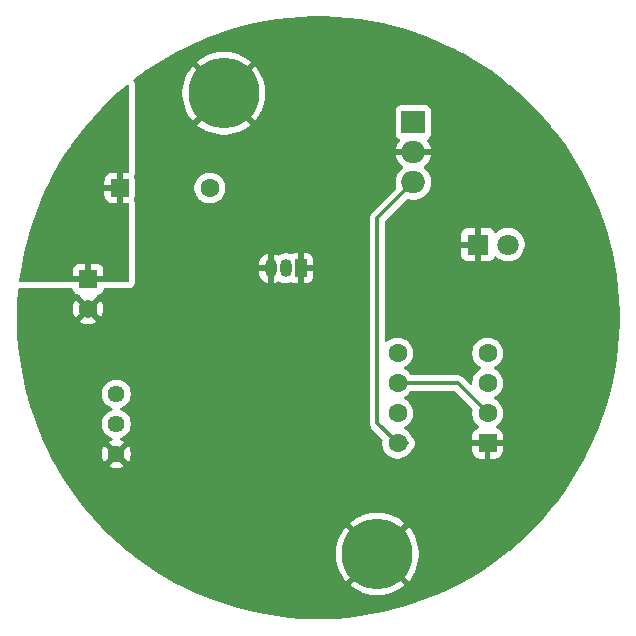
<source format=gbr>
%TF.GenerationSoftware,KiCad,Pcbnew,9.0.1*%
%TF.CreationDate,2025-04-27T19:27:18+01:00*%
%TF.ProjectId,PCB_IndicadorBateriaBaja,5043425f-496e-4646-9963-61646f724261,1*%
%TF.SameCoordinates,Original*%
%TF.FileFunction,Copper,L2,Bot*%
%TF.FilePolarity,Positive*%
%FSLAX46Y46*%
G04 Gerber Fmt 4.6, Leading zero omitted, Abs format (unit mm)*
G04 Created by KiCad (PCBNEW 9.0.1) date 2025-04-27 19:27:18*
%MOMM*%
%LPD*%
G01*
G04 APERTURE LIST*
G04 Aperture macros list*
%AMRoundRect*
0 Rectangle with rounded corners*
0 $1 Rounding radius*
0 $2 $3 $4 $5 $6 $7 $8 $9 X,Y pos of 4 corners*
0 Add a 4 corners polygon primitive as box body*
4,1,4,$2,$3,$4,$5,$6,$7,$8,$9,$2,$3,0*
0 Add four circle primitives for the rounded corners*
1,1,$1+$1,$2,$3*
1,1,$1+$1,$4,$5*
1,1,$1+$1,$6,$7*
1,1,$1+$1,$8,$9*
0 Add four rect primitives between the rounded corners*
20,1,$1+$1,$2,$3,$4,$5,0*
20,1,$1+$1,$4,$5,$6,$7,0*
20,1,$1+$1,$6,$7,$8,$9,0*
20,1,$1+$1,$8,$9,$2,$3,0*%
G04 Aperture macros list end*
%TA.AperFunction,ComponentPad*%
%ADD10C,6.000000*%
%TD*%
%TA.AperFunction,ComponentPad*%
%ADD11RoundRect,0.250000X0.550000X0.550000X-0.550000X0.550000X-0.550000X-0.550000X0.550000X-0.550000X0*%
%TD*%
%TA.AperFunction,ComponentPad*%
%ADD12C,1.600000*%
%TD*%
%TA.AperFunction,ComponentPad*%
%ADD13R,2.000000X1.905000*%
%TD*%
%TA.AperFunction,ComponentPad*%
%ADD14O,2.000000X1.905000*%
%TD*%
%TA.AperFunction,ComponentPad*%
%ADD15R,1.050000X1.500000*%
%TD*%
%TA.AperFunction,ComponentPad*%
%ADD16O,1.050000X1.500000*%
%TD*%
%TA.AperFunction,ComponentPad*%
%ADD17RoundRect,0.250000X-0.550000X-0.550000X0.550000X-0.550000X0.550000X0.550000X-0.550000X0.550000X0*%
%TD*%
%TA.AperFunction,ComponentPad*%
%ADD18C,1.440000*%
%TD*%
%TA.AperFunction,ComponentPad*%
%ADD19R,1.575000X1.575000*%
%TD*%
%TA.AperFunction,ComponentPad*%
%ADD20C,1.575000*%
%TD*%
%TA.AperFunction,ComponentPad*%
%ADD21R,1.800000X1.800000*%
%TD*%
%TA.AperFunction,ComponentPad*%
%ADD22C,1.800000*%
%TD*%
%TA.AperFunction,Conductor*%
%ADD23C,0.300000*%
%TD*%
G04 APERTURE END LIST*
D10*
%TO.P,H2,1,1*%
%TO.N,GND*%
X75670000Y-74380000D03*
%TD*%
%TO.P,H1,1,1*%
%TO.N,GND*%
X62670000Y-35380000D03*
%TD*%
D11*
%TO.P,U4,1,GND*%
%TO.N,GND*%
X85000000Y-65000000D03*
D12*
%TO.P,U4,2,TR*%
%TO.N,Net-(U4-THR)*%
X85000000Y-62460000D03*
%TO.P,U4,3,Q*%
%TO.N,Net-(U4-Q)*%
X85000000Y-59920000D03*
%TO.P,U4,4,R*%
%TO.N,Net-(U4-R)*%
X85000000Y-57380000D03*
%TO.P,U4,5,CV*%
%TO.N,Net-(U4-CV)*%
X77380000Y-57380000D03*
%TO.P,U4,6,THR*%
%TO.N,Net-(U4-THR)*%
X77380000Y-59920000D03*
%TO.P,U4,7,DIS*%
%TO.N,unconnected-(U4-DIS-Pad7)*%
X77380000Y-62460000D03*
%TO.P,U4,8,VCC*%
%TO.N,Net-(U2-VO)*%
X77380000Y-65000000D03*
%TD*%
D13*
%TO.P,U2,1,VI*%
%TO.N,Net-(U2-VI)*%
X78725000Y-37840000D03*
D14*
%TO.P,U2,2,GND*%
%TO.N,GND*%
X78725000Y-40380000D03*
%TO.P,U2,3,VO*%
%TO.N,Net-(U2-VO)*%
X78725000Y-42920000D03*
%TD*%
D15*
%TO.P,U1,1,FB*%
%TO.N,GND*%
X69195000Y-50190000D03*
D16*
%TO.P,U1,2,K*%
%TO.N,Net-(U1-K)*%
X67925000Y-50190000D03*
%TO.P,U1,3,A*%
%TO.N,GND*%
X66655000Y-50190000D03*
%TD*%
D17*
%TO.P,SW1,1*%
%TO.N,+BATT*%
X53865000Y-43392500D03*
D12*
%TO.P,SW1,2*%
%TO.N,Net-(U2-VI)*%
X61485000Y-43392500D03*
%TD*%
D18*
%TO.P,RV1,1,1*%
%TO.N,unconnected-(RV1-Pad1)*%
X53580000Y-60840000D03*
%TO.P,RV1,2,2*%
%TO.N,Net-(R3-Pad2)*%
X53580000Y-63380000D03*
%TO.P,RV1,3,3*%
%TO.N,GND*%
X53580000Y-65920000D03*
%TD*%
D19*
%TO.P,J1,1,1*%
%TO.N,+BATT*%
X51195000Y-51130000D03*
D20*
%TO.P,J1,2,2*%
%TO.N,GND*%
X51195000Y-53630000D03*
%TD*%
D21*
%TO.P,D1,1,K*%
%TO.N,GND*%
X84195000Y-48190000D03*
D22*
%TO.P,D1,2,A*%
%TO.N,Net-(D1-A)*%
X86735000Y-48190000D03*
%TD*%
D23*
%TO.N,Net-(U2-VO)*%
X75670000Y-45975000D02*
X78725000Y-42920000D01*
X75670000Y-63290000D02*
X75670000Y-45975000D01*
X77380000Y-65000000D02*
X75670000Y-63290000D01*
%TO.N,Net-(U4-THR)*%
X82460000Y-59920000D02*
X85000000Y-62460000D01*
X77380000Y-59920000D02*
X82460000Y-59920000D01*
%TO.N,Net-(U2-VO)*%
X77380000Y-65000000D02*
X78215000Y-65000000D01*
%TD*%
%TA.AperFunction,Conductor*%
%TO.N,GND*%
G36*
X45472726Y-51885500D02*
G01*
X49787030Y-51885500D01*
X49854069Y-51905185D01*
X49899824Y-51957989D01*
X49910320Y-51996247D01*
X49913408Y-52024983D01*
X49963702Y-52159828D01*
X49963706Y-52159835D01*
X50049952Y-52275044D01*
X50049955Y-52275047D01*
X50165164Y-52361293D01*
X50165171Y-52361297D01*
X50210118Y-52378061D01*
X50215317Y-52380000D01*
X45234704Y-52380000D01*
X45265475Y-51989018D01*
X45290359Y-51923733D01*
X45346590Y-51882262D01*
X45406737Y-51876012D01*
X45472726Y-51885500D01*
G37*
%TD.AperFunction*%
%TA.AperFunction,Conductor*%
G36*
X55670000Y-52380000D02*
G01*
X52174683Y-52380000D01*
X52224828Y-52361297D01*
X52224827Y-52361297D01*
X52224831Y-52361296D01*
X52340046Y-52275046D01*
X52426296Y-52159831D01*
X52476591Y-52024983D01*
X52479681Y-51996245D01*
X52506419Y-51931694D01*
X52563811Y-51891845D01*
X52602970Y-51885500D01*
X54545990Y-51885500D01*
X54546000Y-51885500D01*
X54653456Y-51873947D01*
X54704967Y-51862741D01*
X54744602Y-51849549D01*
X54807497Y-51828616D01*
X54807501Y-51828613D01*
X54807504Y-51828613D01*
X54928543Y-51750825D01*
X54981347Y-51705070D01*
X55075567Y-51596336D01*
X55135338Y-51465459D01*
X55155023Y-51398420D01*
X55155024Y-51398416D01*
X55175500Y-51256000D01*
X55175500Y-44808867D01*
X55175500Y-44808861D01*
X55157841Y-44676424D01*
X55157841Y-44676422D01*
X55140816Y-44613713D01*
X55089069Y-44490517D01*
X55069955Y-44466539D01*
X55043558Y-44401851D01*
X55056326Y-44333158D01*
X55061368Y-44324164D01*
X55099814Y-44261834D01*
X55154999Y-44095297D01*
X55165500Y-43992509D01*
X55165499Y-42792492D01*
X55154999Y-42689703D01*
X55099814Y-42523166D01*
X55063049Y-42463561D01*
X55044610Y-42396170D01*
X55065532Y-42329507D01*
X55074875Y-42317264D01*
X55075567Y-42316467D01*
X55135338Y-42185590D01*
X55155023Y-42118551D01*
X55155024Y-42118547D01*
X55175500Y-41976131D01*
X55175500Y-34761394D01*
X55155530Y-34620715D01*
X55136322Y-34554422D01*
X55077987Y-34424851D01*
X55038403Y-34378505D01*
X55009833Y-34314745D01*
X55020270Y-34245659D01*
X55055923Y-34200598D01*
X55266133Y-34034882D01*
X55269998Y-34031958D01*
X55670000Y-33741339D01*
X55670000Y-52380000D01*
G37*
%TD.AperFunction*%
%TD*%
%TA.AperFunction,Conductor*%
%TO.N,+BATT*%
G36*
X54598316Y-34648970D02*
G01*
X54650792Y-34695101D01*
X54670000Y-34761394D01*
X54670000Y-41976131D01*
X54650315Y-42043170D01*
X54597511Y-42088925D01*
X54533399Y-42099489D01*
X54464990Y-42092500D01*
X54115000Y-42092500D01*
X54115000Y-43076814D01*
X54110606Y-43072420D01*
X54019394Y-43019759D01*
X53917661Y-42992500D01*
X53812339Y-42992500D01*
X53710606Y-43019759D01*
X53619394Y-43072420D01*
X53615000Y-43076814D01*
X53615000Y-42092500D01*
X53265028Y-42092500D01*
X53265012Y-42092501D01*
X53162302Y-42102994D01*
X52995880Y-42158141D01*
X52995875Y-42158143D01*
X52846654Y-42250184D01*
X52722684Y-42374154D01*
X52630643Y-42523375D01*
X52630641Y-42523380D01*
X52575494Y-42689802D01*
X52575493Y-42689809D01*
X52565000Y-42792513D01*
X52565000Y-43142500D01*
X53549314Y-43142500D01*
X53544920Y-43146894D01*
X53492259Y-43238106D01*
X53465000Y-43339839D01*
X53465000Y-43445161D01*
X53492259Y-43546894D01*
X53544920Y-43638106D01*
X53549314Y-43642500D01*
X52565001Y-43642500D01*
X52565001Y-43992486D01*
X52575494Y-44095197D01*
X52630641Y-44261619D01*
X52630643Y-44261624D01*
X52722684Y-44410845D01*
X52846654Y-44534815D01*
X52995875Y-44626856D01*
X52995880Y-44626858D01*
X53162302Y-44682005D01*
X53162309Y-44682006D01*
X53265019Y-44692499D01*
X53614999Y-44692499D01*
X53615000Y-44692498D01*
X53615000Y-43708186D01*
X53619394Y-43712580D01*
X53710606Y-43765241D01*
X53812339Y-43792500D01*
X53917661Y-43792500D01*
X54019394Y-43765241D01*
X54110606Y-43712580D01*
X54115000Y-43708186D01*
X54115000Y-44692499D01*
X54464972Y-44692499D01*
X54464984Y-44692498D01*
X54533397Y-44685509D01*
X54602090Y-44698278D01*
X54652975Y-44746158D01*
X54670000Y-44808867D01*
X54670000Y-51256000D01*
X54650315Y-51323039D01*
X54597511Y-51368794D01*
X54546000Y-51380000D01*
X51656880Y-51380000D01*
X51684222Y-51332642D01*
X51720000Y-51199118D01*
X51720000Y-51060882D01*
X51684222Y-50927358D01*
X51656880Y-50880000D01*
X52482500Y-50880000D01*
X52482500Y-50294672D01*
X52482499Y-50294655D01*
X52476098Y-50235127D01*
X52476096Y-50235120D01*
X52425854Y-50100413D01*
X52425850Y-50100406D01*
X52339690Y-49985312D01*
X52339687Y-49985309D01*
X52224593Y-49899149D01*
X52224586Y-49899145D01*
X52089879Y-49848903D01*
X52089872Y-49848901D01*
X52030344Y-49842500D01*
X51445000Y-49842500D01*
X51445000Y-50668120D01*
X51397642Y-50640778D01*
X51264118Y-50605000D01*
X51125882Y-50605000D01*
X50992358Y-50640778D01*
X50945000Y-50668120D01*
X50945000Y-49842500D01*
X50359655Y-49842500D01*
X50300127Y-49848901D01*
X50300120Y-49848903D01*
X50165413Y-49899145D01*
X50165406Y-49899149D01*
X50050312Y-49985309D01*
X50050309Y-49985312D01*
X49964149Y-50100406D01*
X49964145Y-50100413D01*
X49913903Y-50235120D01*
X49913901Y-50235127D01*
X49907500Y-50294655D01*
X49907500Y-50880000D01*
X50733120Y-50880000D01*
X50705778Y-50927358D01*
X50670000Y-51060882D01*
X50670000Y-51199118D01*
X50705778Y-51332642D01*
X50733120Y-51380000D01*
X45472726Y-51380000D01*
X45405687Y-51360315D01*
X45359932Y-51307511D01*
X45349585Y-51241426D01*
X45391652Y-50885995D01*
X45392314Y-50881220D01*
X45548313Y-49896277D01*
X45549159Y-49891541D01*
X45743709Y-48913474D01*
X45744739Y-48908778D01*
X45977550Y-47939052D01*
X45978757Y-47934425D01*
X46249444Y-46974644D01*
X46250854Y-46969996D01*
X46559012Y-46021581D01*
X46560578Y-46017063D01*
X46905761Y-45081404D01*
X46907498Y-45076967D01*
X47289134Y-44155614D01*
X47291049Y-44151236D01*
X47708556Y-43245595D01*
X47710678Y-43241222D01*
X47758741Y-43146894D01*
X48163404Y-42352697D01*
X48165664Y-42348467D01*
X48652944Y-41478365D01*
X48655400Y-41474178D01*
X49176416Y-40623958D01*
X49179041Y-40619857D01*
X49692974Y-39850702D01*
X49733067Y-39790697D01*
X49735821Y-39786746D01*
X50321966Y-38979986D01*
X50324897Y-38976115D01*
X50910729Y-38232992D01*
X50942286Y-38192962D01*
X50945305Y-38189283D01*
X51592984Y-37430947D01*
X51596186Y-37427345D01*
X52273109Y-36695054D01*
X52276435Y-36691596D01*
X52981596Y-35986435D01*
X52985054Y-35983109D01*
X53717356Y-35306175D01*
X53720985Y-35302952D01*
X53751353Y-35277016D01*
X54465469Y-34667103D01*
X54529230Y-34638533D01*
X54598316Y-34648970D01*
G37*
%TD.AperFunction*%
%TD*%
%TA.AperFunction,Conductor*%
%TO.N,GND*%
G36*
X71173470Y-28866291D02*
G01*
X72169892Y-28905440D01*
X72174684Y-28905722D01*
X73168855Y-28983965D01*
X73173664Y-28984439D01*
X74164004Y-29101652D01*
X74168786Y-29102315D01*
X75153713Y-29258312D01*
X75158467Y-29259161D01*
X76136515Y-29453707D01*
X76141232Y-29454741D01*
X77110935Y-29687547D01*
X77115586Y-29688761D01*
X77774826Y-29874686D01*
X78075344Y-29959441D01*
X78080003Y-29960854D01*
X79028403Y-30269007D01*
X79032952Y-30270584D01*
X79968578Y-30615755D01*
X79973049Y-30617505D01*
X80894366Y-30999127D01*
X80898782Y-31001058D01*
X81254958Y-31165258D01*
X81804396Y-31418553D01*
X81808777Y-31420678D01*
X82280333Y-31660947D01*
X82697280Y-31873393D01*
X82701553Y-31875676D01*
X83067512Y-32080623D01*
X83571620Y-32362937D01*
X83575821Y-32365400D01*
X84426041Y-32886416D01*
X84430142Y-32889041D01*
X85259280Y-33443053D01*
X85263274Y-33445837D01*
X86070001Y-34031958D01*
X86073884Y-34034897D01*
X86857007Y-34652262D01*
X86860740Y-34655326D01*
X87619015Y-35302952D01*
X87622654Y-35306186D01*
X88354919Y-35983085D01*
X88358429Y-35986460D01*
X89063539Y-36691570D01*
X89066914Y-36695080D01*
X89743813Y-37427345D01*
X89747040Y-37430976D01*
X90394669Y-38189253D01*
X90397737Y-38192992D01*
X91015102Y-38976115D01*
X91018041Y-38979998D01*
X91604162Y-39786725D01*
X91606946Y-39790719D01*
X92160958Y-40619857D01*
X92163583Y-40623958D01*
X92684599Y-41474178D01*
X92687062Y-41478379D01*
X93174317Y-42348436D01*
X93176612Y-42352730D01*
X93629321Y-43241222D01*
X93631446Y-43245603D01*
X94048931Y-44151195D01*
X94050882Y-44155656D01*
X94432481Y-45076918D01*
X94434256Y-45081452D01*
X94779406Y-46017022D01*
X94781001Y-46021623D01*
X95089145Y-46969996D01*
X95090558Y-46974655D01*
X95361230Y-47934383D01*
X95362460Y-47939095D01*
X95595253Y-48908748D01*
X95596296Y-48913504D01*
X95790834Y-49891512D01*
X95791690Y-49896305D01*
X95947681Y-50881192D01*
X95948349Y-50886015D01*
X96065558Y-51876316D01*
X96066035Y-51881162D01*
X96144275Y-52875281D01*
X96144561Y-52880142D01*
X96183709Y-53876529D01*
X96183805Y-53881397D01*
X96183805Y-54878602D01*
X96183709Y-54883470D01*
X96144561Y-55879857D01*
X96144275Y-55884718D01*
X96066035Y-56878837D01*
X96065558Y-56883683D01*
X95948349Y-57873984D01*
X95947681Y-57878807D01*
X95791690Y-58863694D01*
X95790834Y-58868487D01*
X95596296Y-59846495D01*
X95595253Y-59851251D01*
X95362460Y-60820904D01*
X95361230Y-60825616D01*
X95090558Y-61785344D01*
X95089145Y-61790003D01*
X94781001Y-62738376D01*
X94779406Y-62742977D01*
X94434256Y-63678547D01*
X94432481Y-63683081D01*
X94050882Y-64604343D01*
X94048931Y-64608804D01*
X93631446Y-65514396D01*
X93629321Y-65518777D01*
X93176612Y-66407269D01*
X93174317Y-66411563D01*
X92687062Y-67281620D01*
X92684599Y-67285821D01*
X92163583Y-68136041D01*
X92160958Y-68140142D01*
X91606946Y-68969280D01*
X91604162Y-68973274D01*
X91018041Y-69780001D01*
X91015102Y-69783884D01*
X90397737Y-70567007D01*
X90394648Y-70570771D01*
X89747047Y-71329015D01*
X89743813Y-71332654D01*
X89066914Y-72064919D01*
X89063539Y-72068429D01*
X88358429Y-72773539D01*
X88354919Y-72776914D01*
X87622654Y-73453813D01*
X87619015Y-73457047D01*
X86860771Y-74104648D01*
X86857007Y-74107737D01*
X86073884Y-74725102D01*
X86070001Y-74728041D01*
X85263274Y-75314162D01*
X85259280Y-75316946D01*
X84430142Y-75870958D01*
X84426041Y-75873583D01*
X83575821Y-76394599D01*
X83571620Y-76397062D01*
X82701563Y-76884317D01*
X82697269Y-76886612D01*
X81808777Y-77339321D01*
X81804396Y-77341446D01*
X80898804Y-77758931D01*
X80894343Y-77760882D01*
X79973081Y-78142481D01*
X79968547Y-78144256D01*
X79032977Y-78489406D01*
X79028376Y-78491001D01*
X78080003Y-78799145D01*
X78075344Y-78800558D01*
X77115616Y-79071230D01*
X77110904Y-79072460D01*
X76141251Y-79305253D01*
X76136495Y-79306296D01*
X75158487Y-79500834D01*
X75153694Y-79501690D01*
X74168807Y-79657681D01*
X74163984Y-79658349D01*
X73173683Y-79775558D01*
X73168837Y-79776035D01*
X72174718Y-79854275D01*
X72169857Y-79854561D01*
X71173470Y-79893709D01*
X71168602Y-79893805D01*
X70171398Y-79893805D01*
X70166530Y-79893709D01*
X69170142Y-79854561D01*
X69165281Y-79854275D01*
X68171162Y-79776035D01*
X68166316Y-79775558D01*
X67176015Y-79658349D01*
X67171192Y-79657681D01*
X66186305Y-79501690D01*
X66181512Y-79500834D01*
X65203504Y-79306296D01*
X65198748Y-79305253D01*
X64229095Y-79072460D01*
X64224383Y-79071230D01*
X63264655Y-78800558D01*
X63259996Y-78799145D01*
X62311623Y-78491001D01*
X62307022Y-78489406D01*
X61371452Y-78144256D01*
X61366918Y-78142481D01*
X60445656Y-77760882D01*
X60441195Y-77758931D01*
X59535603Y-77341446D01*
X59531222Y-77339321D01*
X59037747Y-77087883D01*
X58642730Y-76886612D01*
X58638436Y-76884317D01*
X57768379Y-76397062D01*
X57764178Y-76394599D01*
X56913958Y-75873583D01*
X56909857Y-75870958D01*
X56080719Y-75316946D01*
X56076725Y-75314162D01*
X55269998Y-74728041D01*
X55266115Y-74725102D01*
X54729909Y-74302391D01*
X54610250Y-74208059D01*
X72170000Y-74208059D01*
X72170000Y-74551940D01*
X72203705Y-74894165D01*
X72203708Y-74894182D01*
X72270791Y-75231437D01*
X72270792Y-75231443D01*
X72370623Y-75560540D01*
X72502219Y-75878241D01*
X72502226Y-75878255D01*
X72664322Y-76181518D01*
X72664333Y-76181536D01*
X72855377Y-76467453D01*
X72855387Y-76467467D01*
X73023785Y-76672659D01*
X73023786Y-76672660D01*
X74447340Y-75249105D01*
X74525864Y-75357184D01*
X74692816Y-75524136D01*
X74800893Y-75602658D01*
X73377338Y-77026212D01*
X73377339Y-77026213D01*
X73582533Y-77194612D01*
X73582546Y-77194622D01*
X73868463Y-77385666D01*
X73868481Y-77385677D01*
X74171744Y-77547773D01*
X74171758Y-77547780D01*
X74489459Y-77679376D01*
X74818556Y-77779207D01*
X74818562Y-77779208D01*
X75155817Y-77846291D01*
X75155834Y-77846294D01*
X75498059Y-77880000D01*
X75841941Y-77880000D01*
X76184165Y-77846294D01*
X76184182Y-77846291D01*
X76521437Y-77779208D01*
X76521443Y-77779207D01*
X76850540Y-77679376D01*
X77168241Y-77547780D01*
X77168255Y-77547773D01*
X77471518Y-77385677D01*
X77471536Y-77385666D01*
X77757453Y-77194622D01*
X77757466Y-77194612D01*
X77962659Y-77026213D01*
X77962659Y-77026212D01*
X76539106Y-75602659D01*
X76647184Y-75524136D01*
X76814136Y-75357184D01*
X76892659Y-75249106D01*
X78316212Y-76672659D01*
X78316213Y-76672659D01*
X78484612Y-76467466D01*
X78484622Y-76467453D01*
X78675666Y-76181536D01*
X78675677Y-76181518D01*
X78837773Y-75878255D01*
X78837780Y-75878241D01*
X78969376Y-75560540D01*
X79069207Y-75231443D01*
X79069208Y-75231437D01*
X79136291Y-74894182D01*
X79136294Y-74894165D01*
X79170000Y-74551940D01*
X79170000Y-74208059D01*
X79136294Y-73865834D01*
X79136291Y-73865817D01*
X79069208Y-73528562D01*
X79069207Y-73528556D01*
X78969376Y-73199459D01*
X78837780Y-72881758D01*
X78837773Y-72881744D01*
X78675677Y-72578481D01*
X78675666Y-72578463D01*
X78484622Y-72292546D01*
X78484612Y-72292533D01*
X78316213Y-72087339D01*
X78316212Y-72087338D01*
X76892658Y-73510892D01*
X76814136Y-73402816D01*
X76647184Y-73235864D01*
X76539105Y-73157340D01*
X77962660Y-71733786D01*
X77962659Y-71733785D01*
X77757467Y-71565387D01*
X77757453Y-71565377D01*
X77471536Y-71374333D01*
X77471518Y-71374322D01*
X77168255Y-71212226D01*
X77168241Y-71212219D01*
X76850540Y-71080623D01*
X76521443Y-70980792D01*
X76521437Y-70980791D01*
X76184182Y-70913708D01*
X76184165Y-70913705D01*
X75841941Y-70880000D01*
X75498059Y-70880000D01*
X75155834Y-70913705D01*
X75155817Y-70913708D01*
X74818562Y-70980791D01*
X74818556Y-70980792D01*
X74489459Y-71080623D01*
X74171758Y-71212219D01*
X74171744Y-71212226D01*
X73868481Y-71374322D01*
X73868463Y-71374333D01*
X73582546Y-71565377D01*
X73582532Y-71565387D01*
X73377338Y-71733786D01*
X74800893Y-73157341D01*
X74692816Y-73235864D01*
X74525864Y-73402816D01*
X74447341Y-73510893D01*
X73023786Y-72087338D01*
X72855387Y-72292532D01*
X72855377Y-72292546D01*
X72664333Y-72578463D01*
X72664322Y-72578481D01*
X72502226Y-72881744D01*
X72502219Y-72881758D01*
X72370623Y-73199459D01*
X72270792Y-73528556D01*
X72270791Y-73528562D01*
X72203708Y-73865817D01*
X72203705Y-73865834D01*
X72170000Y-74208059D01*
X54610250Y-74208059D01*
X54482992Y-74107737D01*
X54479253Y-74104669D01*
X53720976Y-73457040D01*
X53717345Y-73453813D01*
X52985080Y-72776914D01*
X52981570Y-72773539D01*
X52276460Y-72068429D01*
X52273085Y-72064919D01*
X52089920Y-71866772D01*
X51596186Y-71332654D01*
X51592952Y-71329015D01*
X50945326Y-70570740D01*
X50942262Y-70567007D01*
X50324897Y-69783884D01*
X50321958Y-69780001D01*
X49735837Y-68973274D01*
X49733053Y-68969280D01*
X49179041Y-68140142D01*
X49176416Y-68136041D01*
X48655400Y-67285821D01*
X48652937Y-67281620D01*
X48470318Y-66955530D01*
X48165682Y-66411563D01*
X48163387Y-66407269D01*
X48075283Y-66234356D01*
X47888279Y-65867339D01*
X47710678Y-65518777D01*
X47708553Y-65514396D01*
X47542589Y-65154394D01*
X47291058Y-64608782D01*
X47289127Y-64604366D01*
X46907505Y-63683049D01*
X46905755Y-63678578D01*
X46560584Y-62742952D01*
X46559007Y-62738403D01*
X46290295Y-61911392D01*
X46250854Y-61790003D01*
X46249441Y-61785344D01*
X46207068Y-61635102D01*
X45978761Y-60825586D01*
X45977547Y-60820935D01*
X45959063Y-60743945D01*
X52359500Y-60743945D01*
X52359500Y-60936054D01*
X52389553Y-61125802D01*
X52448916Y-61308506D01*
X52530506Y-61468634D01*
X52536135Y-61479681D01*
X52649055Y-61635102D01*
X52784898Y-61770945D01*
X52940319Y-61883865D01*
X53091274Y-61960781D01*
X53111493Y-61971083D01*
X53176081Y-61992069D01*
X53233756Y-62031506D01*
X53260955Y-62095865D01*
X53249041Y-62164711D01*
X53201797Y-62216187D01*
X53176081Y-62227931D01*
X53111493Y-62248916D01*
X52940318Y-62336135D01*
X52851645Y-62400560D01*
X52784898Y-62449055D01*
X52784896Y-62449057D01*
X52784895Y-62449057D01*
X52649057Y-62584895D01*
X52649057Y-62584896D01*
X52649055Y-62584898D01*
X52600560Y-62651645D01*
X52536135Y-62740318D01*
X52448916Y-62911493D01*
X52389553Y-63094197D01*
X52389553Y-63094199D01*
X52359500Y-63283945D01*
X52359500Y-63476055D01*
X52366521Y-63520382D01*
X52389553Y-63665802D01*
X52448916Y-63848506D01*
X52536135Y-64019681D01*
X52649055Y-64175102D01*
X52784898Y-64310945D01*
X52940319Y-64423865D01*
X53020152Y-64464542D01*
X53111495Y-64511084D01*
X53176890Y-64532332D01*
X53234566Y-64571769D01*
X53261765Y-64636127D01*
X53249851Y-64704974D01*
X53202607Y-64756450D01*
X53176893Y-64768194D01*
X53111677Y-64789384D01*
X52940578Y-64876564D01*
X52911352Y-64897798D01*
X52911351Y-64897798D01*
X53533554Y-65520000D01*
X53527339Y-65520000D01*
X53425606Y-65547259D01*
X53334394Y-65599920D01*
X53259920Y-65674394D01*
X53207259Y-65765606D01*
X53180000Y-65867339D01*
X53180000Y-65873553D01*
X52557798Y-65251351D01*
X52557798Y-65251352D01*
X52536564Y-65280578D01*
X52449383Y-65451678D01*
X52390040Y-65634315D01*
X52360000Y-65823984D01*
X52360000Y-66016015D01*
X52390040Y-66205684D01*
X52449383Y-66388321D01*
X52536561Y-66559415D01*
X52557798Y-66588646D01*
X53180000Y-65966445D01*
X53180000Y-65972661D01*
X53207259Y-66074394D01*
X53259920Y-66165606D01*
X53334394Y-66240080D01*
X53425606Y-66292741D01*
X53527339Y-66320000D01*
X53533554Y-66320000D01*
X52911351Y-66942200D01*
X52911352Y-66942201D01*
X52940577Y-66963434D01*
X53111678Y-67050616D01*
X53294315Y-67109959D01*
X53483985Y-67140000D01*
X53676015Y-67140000D01*
X53865684Y-67109959D01*
X54048321Y-67050616D01*
X54219419Y-66963436D01*
X54248646Y-66942201D01*
X54248646Y-66942200D01*
X53626447Y-66320000D01*
X53632661Y-66320000D01*
X53734394Y-66292741D01*
X53825606Y-66240080D01*
X53900080Y-66165606D01*
X53952741Y-66074394D01*
X53980000Y-65972661D01*
X53980000Y-65966446D01*
X54602200Y-66588646D01*
X54602201Y-66588646D01*
X54623436Y-66559419D01*
X54710616Y-66388321D01*
X54769959Y-66205684D01*
X54800000Y-66016015D01*
X54800000Y-65823984D01*
X54769959Y-65634315D01*
X54710616Y-65451678D01*
X54623434Y-65280577D01*
X54602201Y-65251352D01*
X54602200Y-65251351D01*
X53980000Y-65873552D01*
X53980000Y-65867339D01*
X53952741Y-65765606D01*
X53900080Y-65674394D01*
X53825606Y-65599920D01*
X53734394Y-65547259D01*
X53632661Y-65520000D01*
X53626447Y-65520000D01*
X54248646Y-64897798D01*
X54219415Y-64876561D01*
X54048321Y-64789383D01*
X53983107Y-64768194D01*
X53925432Y-64728756D01*
X53898234Y-64664397D01*
X53910149Y-64595551D01*
X53957394Y-64544075D01*
X53983109Y-64532332D01*
X54048504Y-64511084D01*
X54048506Y-64511082D01*
X54048509Y-64511082D01*
X54219681Y-64423865D01*
X54375102Y-64310945D01*
X54510945Y-64175102D01*
X54623865Y-64019681D01*
X54711082Y-63848509D01*
X54770447Y-63665801D01*
X54800500Y-63476055D01*
X54800500Y-63354071D01*
X75019499Y-63354071D01*
X75042299Y-63468687D01*
X75044499Y-63479744D01*
X75044499Y-63479745D01*
X75093533Y-63598125D01*
X75164726Y-63704673D01*
X75164727Y-63704674D01*
X76072862Y-64612808D01*
X76106347Y-64674131D01*
X76107654Y-64719886D01*
X76079500Y-64897647D01*
X76079500Y-65102351D01*
X76111522Y-65304534D01*
X76174781Y-65499223D01*
X76217093Y-65582263D01*
X76264036Y-65674394D01*
X76267715Y-65681613D01*
X76388028Y-65847213D01*
X76532786Y-65991971D01*
X76646234Y-66074394D01*
X76698390Y-66112287D01*
X76803034Y-66165606D01*
X76880776Y-66205218D01*
X76880778Y-66205218D01*
X76880781Y-66205220D01*
X76970459Y-66234358D01*
X77075465Y-66268477D01*
X77107520Y-66273554D01*
X77277648Y-66300500D01*
X77277649Y-66300500D01*
X77482351Y-66300500D01*
X77482352Y-66300500D01*
X77684534Y-66268477D01*
X77879219Y-66205220D01*
X78061610Y-66112287D01*
X78154590Y-66044732D01*
X78227213Y-65991971D01*
X78227215Y-65991968D01*
X78227219Y-65991966D01*
X78371966Y-65847219D01*
X78492287Y-65681610D01*
X78542907Y-65582261D01*
X78584499Y-65535457D01*
X78629669Y-65505276D01*
X78720276Y-65414669D01*
X78791465Y-65308127D01*
X78840501Y-65189744D01*
X78865500Y-65064069D01*
X78865500Y-64935931D01*
X78865500Y-64935928D01*
X78840502Y-64810261D01*
X78840501Y-64810260D01*
X78840501Y-64810256D01*
X78791465Y-64691873D01*
X78791464Y-64691872D01*
X78791461Y-64691866D01*
X78720276Y-64585331D01*
X78720273Y-64585327D01*
X78629672Y-64494726D01*
X78584499Y-64464542D01*
X78542906Y-64417735D01*
X78533876Y-64400013D01*
X78492287Y-64318390D01*
X78476966Y-64297302D01*
X78371971Y-64152786D01*
X78227213Y-64008028D01*
X78061614Y-63887715D01*
X78055006Y-63884348D01*
X77968917Y-63840483D01*
X77918123Y-63792511D01*
X77901328Y-63724690D01*
X77923865Y-63658555D01*
X77968917Y-63619516D01*
X78061610Y-63572287D01*
X78082770Y-63556913D01*
X78227213Y-63451971D01*
X78227215Y-63451968D01*
X78227219Y-63451966D01*
X78371966Y-63307219D01*
X78371968Y-63307215D01*
X78371971Y-63307213D01*
X78424732Y-63234590D01*
X78492287Y-63141610D01*
X78585220Y-62959219D01*
X78648477Y-62764534D01*
X78680500Y-62562352D01*
X78680500Y-62357648D01*
X78659955Y-62227931D01*
X78648477Y-62155465D01*
X78617621Y-62060500D01*
X78585220Y-61960781D01*
X78585218Y-61960778D01*
X78585218Y-61960776D01*
X78546029Y-61883864D01*
X78492287Y-61778390D01*
X78439500Y-61705734D01*
X78371971Y-61612786D01*
X78227213Y-61468028D01*
X78061614Y-61347715D01*
X78055006Y-61344348D01*
X77968917Y-61300483D01*
X77918123Y-61252511D01*
X77901328Y-61184690D01*
X77923865Y-61118555D01*
X77968917Y-61079516D01*
X78061610Y-61032287D01*
X78107361Y-60999047D01*
X78227213Y-60911971D01*
X78227215Y-60911968D01*
X78227219Y-60911966D01*
X78371966Y-60767219D01*
X78477753Y-60621613D01*
X78533082Y-60578949D01*
X78578071Y-60570500D01*
X82139192Y-60570500D01*
X82206231Y-60590185D01*
X82226873Y-60606819D01*
X83692862Y-62072808D01*
X83726347Y-62134131D01*
X83727654Y-62179886D01*
X83699500Y-62357647D01*
X83699500Y-62562351D01*
X83731522Y-62764534D01*
X83794781Y-62959223D01*
X83887715Y-63141613D01*
X84008028Y-63307213D01*
X84152782Y-63451967D01*
X84152787Y-63451971D01*
X84246948Y-63520383D01*
X84289614Y-63575713D01*
X84295593Y-63645326D01*
X84262988Y-63707121D01*
X84213068Y-63738407D01*
X84130878Y-63765642D01*
X84130875Y-63765643D01*
X83981654Y-63857684D01*
X83857684Y-63981654D01*
X83765643Y-64130875D01*
X83765641Y-64130880D01*
X83710494Y-64297302D01*
X83710493Y-64297309D01*
X83700000Y-64400013D01*
X83700000Y-64750000D01*
X84684314Y-64750000D01*
X84679920Y-64754394D01*
X84627259Y-64845606D01*
X84600000Y-64947339D01*
X84600000Y-65052661D01*
X84627259Y-65154394D01*
X84679920Y-65245606D01*
X84684314Y-65250000D01*
X83700001Y-65250000D01*
X83700001Y-65599986D01*
X83710494Y-65702697D01*
X83765641Y-65869119D01*
X83765643Y-65869124D01*
X83857684Y-66018345D01*
X83981654Y-66142315D01*
X84130875Y-66234356D01*
X84130880Y-66234358D01*
X84297302Y-66289505D01*
X84297309Y-66289506D01*
X84400019Y-66299999D01*
X84749999Y-66299999D01*
X84750000Y-66299998D01*
X84750000Y-65315686D01*
X84754394Y-65320080D01*
X84845606Y-65372741D01*
X84947339Y-65400000D01*
X85052661Y-65400000D01*
X85154394Y-65372741D01*
X85245606Y-65320080D01*
X85250000Y-65315686D01*
X85250000Y-66299999D01*
X85599972Y-66299999D01*
X85599986Y-66299998D01*
X85702697Y-66289505D01*
X85869119Y-66234358D01*
X85869124Y-66234356D01*
X86018345Y-66142315D01*
X86142315Y-66018345D01*
X86234356Y-65869124D01*
X86234358Y-65869119D01*
X86289505Y-65702697D01*
X86289506Y-65702690D01*
X86299999Y-65599986D01*
X86300000Y-65599973D01*
X86300000Y-65250000D01*
X85315686Y-65250000D01*
X85320080Y-65245606D01*
X85372741Y-65154394D01*
X85400000Y-65052661D01*
X85400000Y-64947339D01*
X85372741Y-64845606D01*
X85320080Y-64754394D01*
X85315686Y-64750000D01*
X86299999Y-64750000D01*
X86299999Y-64400028D01*
X86299998Y-64400013D01*
X86289505Y-64297302D01*
X86234358Y-64130880D01*
X86234356Y-64130875D01*
X86142315Y-63981654D01*
X86018345Y-63857684D01*
X85869124Y-63765643D01*
X85869119Y-63765641D01*
X85786931Y-63738407D01*
X85729486Y-63698634D01*
X85702663Y-63634119D01*
X85714978Y-63565343D01*
X85753049Y-63520383D01*
X85847219Y-63451966D01*
X85991966Y-63307219D01*
X85991968Y-63307215D01*
X85991971Y-63307213D01*
X86044732Y-63234590D01*
X86112287Y-63141610D01*
X86205220Y-62959219D01*
X86268477Y-62764534D01*
X86300500Y-62562352D01*
X86300500Y-62357648D01*
X86279955Y-62227931D01*
X86268477Y-62155465D01*
X86237621Y-62060500D01*
X86205220Y-61960781D01*
X86205218Y-61960778D01*
X86205218Y-61960776D01*
X86166029Y-61883864D01*
X86112287Y-61778390D01*
X86059500Y-61705734D01*
X85991971Y-61612786D01*
X85847213Y-61468028D01*
X85681614Y-61347715D01*
X85675006Y-61344348D01*
X85588917Y-61300483D01*
X85538123Y-61252511D01*
X85521328Y-61184690D01*
X85543865Y-61118555D01*
X85588917Y-61079516D01*
X85681610Y-61032287D01*
X85727361Y-60999047D01*
X85847213Y-60911971D01*
X85847215Y-60911968D01*
X85847219Y-60911966D01*
X85991966Y-60767219D01*
X85991968Y-60767215D01*
X85991971Y-60767213D01*
X86059500Y-60674265D01*
X86112287Y-60601610D01*
X86205220Y-60419219D01*
X86268477Y-60224534D01*
X86300500Y-60022352D01*
X86300500Y-59817648D01*
X86268477Y-59615466D01*
X86205220Y-59420781D01*
X86205218Y-59420778D01*
X86205218Y-59420776D01*
X86140876Y-59294499D01*
X86112287Y-59238390D01*
X86059500Y-59165734D01*
X85991971Y-59072786D01*
X85847213Y-58928028D01*
X85681614Y-58807715D01*
X85675006Y-58804348D01*
X85588917Y-58760483D01*
X85538123Y-58712511D01*
X85521328Y-58644690D01*
X85543865Y-58578555D01*
X85588917Y-58539516D01*
X85681610Y-58492287D01*
X85727361Y-58459047D01*
X85847213Y-58371971D01*
X85847215Y-58371968D01*
X85847219Y-58371966D01*
X85991966Y-58227219D01*
X85991968Y-58227215D01*
X85991971Y-58227213D01*
X86059500Y-58134265D01*
X86112287Y-58061610D01*
X86205220Y-57879219D01*
X86268477Y-57684534D01*
X86300500Y-57482352D01*
X86300500Y-57277648D01*
X86268477Y-57075466D01*
X86205220Y-56880781D01*
X86205218Y-56880778D01*
X86205218Y-56880776D01*
X86171503Y-56814607D01*
X86112287Y-56698390D01*
X86059500Y-56625734D01*
X85991971Y-56532786D01*
X85847213Y-56388028D01*
X85681613Y-56267715D01*
X85681612Y-56267714D01*
X85681610Y-56267713D01*
X85624653Y-56238691D01*
X85499223Y-56174781D01*
X85304534Y-56111522D01*
X85129995Y-56083878D01*
X85102352Y-56079500D01*
X84897648Y-56079500D01*
X84873329Y-56083351D01*
X84695465Y-56111522D01*
X84500776Y-56174781D01*
X84318386Y-56267715D01*
X84152786Y-56388028D01*
X84008028Y-56532786D01*
X83887715Y-56698386D01*
X83794781Y-56880776D01*
X83731522Y-57075465D01*
X83699500Y-57277648D01*
X83699500Y-57482351D01*
X83731522Y-57684534D01*
X83794781Y-57879223D01*
X83887715Y-58061613D01*
X84008028Y-58227213D01*
X84152786Y-58371971D01*
X84307749Y-58484556D01*
X84318390Y-58492287D01*
X84409840Y-58538883D01*
X84411080Y-58539515D01*
X84461876Y-58587490D01*
X84478671Y-58655311D01*
X84456134Y-58721446D01*
X84411080Y-58760485D01*
X84318386Y-58807715D01*
X84152786Y-58928028D01*
X84008028Y-59072786D01*
X83887715Y-59238386D01*
X83794781Y-59420776D01*
X83731522Y-59615465D01*
X83699500Y-59817648D01*
X83699500Y-59940191D01*
X83679815Y-60007230D01*
X83627011Y-60052985D01*
X83557853Y-60062929D01*
X83494297Y-60033904D01*
X83487819Y-60027872D01*
X82874673Y-59414726D01*
X82874669Y-59414723D01*
X82768127Y-59343535D01*
X82649744Y-59294499D01*
X82649738Y-59294497D01*
X82524071Y-59269500D01*
X82524069Y-59269500D01*
X78578071Y-59269500D01*
X78511032Y-59249815D01*
X78477754Y-59218386D01*
X78371966Y-59072781D01*
X78227219Y-58928034D01*
X78227213Y-58928028D01*
X78061614Y-58807715D01*
X78055006Y-58804348D01*
X77968917Y-58760483D01*
X77918123Y-58712511D01*
X77901328Y-58644690D01*
X77923865Y-58578555D01*
X77968917Y-58539516D01*
X78061610Y-58492287D01*
X78107361Y-58459047D01*
X78227213Y-58371971D01*
X78227215Y-58371968D01*
X78227219Y-58371966D01*
X78371966Y-58227219D01*
X78371968Y-58227215D01*
X78371971Y-58227213D01*
X78439500Y-58134265D01*
X78492287Y-58061610D01*
X78585220Y-57879219D01*
X78648477Y-57684534D01*
X78680500Y-57482352D01*
X78680500Y-57277648D01*
X78648477Y-57075466D01*
X78585220Y-56880781D01*
X78585218Y-56880778D01*
X78585218Y-56880776D01*
X78551503Y-56814607D01*
X78492287Y-56698390D01*
X78439500Y-56625734D01*
X78371971Y-56532786D01*
X78227213Y-56388028D01*
X78061613Y-56267715D01*
X78061612Y-56267714D01*
X78061610Y-56267713D01*
X78004653Y-56238691D01*
X77879223Y-56174781D01*
X77684534Y-56111522D01*
X77509995Y-56083878D01*
X77482352Y-56079500D01*
X77277648Y-56079500D01*
X77253329Y-56083351D01*
X77075465Y-56111522D01*
X76880776Y-56174781D01*
X76698386Y-56267715D01*
X76532786Y-56388028D01*
X76532782Y-56388032D01*
X76532181Y-56388634D01*
X76531896Y-56388789D01*
X76529085Y-56391191D01*
X76528580Y-56390600D01*
X76470858Y-56422119D01*
X76401166Y-56417135D01*
X76345233Y-56375263D01*
X76320816Y-56309799D01*
X76320500Y-56300953D01*
X76320500Y-47242155D01*
X82795000Y-47242155D01*
X82795000Y-47940000D01*
X83819722Y-47940000D01*
X83775667Y-48016306D01*
X83745000Y-48130756D01*
X83745000Y-48249244D01*
X83775667Y-48363694D01*
X83819722Y-48440000D01*
X82795000Y-48440000D01*
X82795000Y-49137844D01*
X82801401Y-49197372D01*
X82801403Y-49197379D01*
X82851645Y-49332086D01*
X82851649Y-49332093D01*
X82937809Y-49447187D01*
X82937812Y-49447190D01*
X83052906Y-49533350D01*
X83052913Y-49533354D01*
X83187620Y-49583596D01*
X83187627Y-49583598D01*
X83247155Y-49589999D01*
X83247172Y-49590000D01*
X83945000Y-49590000D01*
X83945000Y-48565277D01*
X84021306Y-48609333D01*
X84135756Y-48640000D01*
X84254244Y-48640000D01*
X84368694Y-48609333D01*
X84445000Y-48565277D01*
X84445000Y-49590000D01*
X85142828Y-49590000D01*
X85142844Y-49589999D01*
X85202372Y-49583598D01*
X85202379Y-49583596D01*
X85337086Y-49533354D01*
X85337093Y-49533350D01*
X85452187Y-49447190D01*
X85452190Y-49447187D01*
X85538350Y-49332093D01*
X85538354Y-49332086D01*
X85568213Y-49252031D01*
X85610084Y-49196097D01*
X85675548Y-49171680D01*
X85743821Y-49186531D01*
X85772076Y-49207683D01*
X85822636Y-49258243D01*
X85822641Y-49258247D01*
X85978192Y-49371260D01*
X86000978Y-49387815D01*
X86117501Y-49447187D01*
X86197393Y-49487895D01*
X86197396Y-49487896D01*
X86302221Y-49521955D01*
X86407049Y-49556015D01*
X86624778Y-49590500D01*
X86624779Y-49590500D01*
X86845221Y-49590500D01*
X86845222Y-49590500D01*
X87062951Y-49556015D01*
X87272606Y-49487895D01*
X87469022Y-49387815D01*
X87647365Y-49258242D01*
X87803242Y-49102365D01*
X87932815Y-48924022D01*
X88032895Y-48727606D01*
X88101015Y-48517951D01*
X88135500Y-48300222D01*
X88135500Y-48079778D01*
X88101015Y-47862049D01*
X88066955Y-47757221D01*
X88032896Y-47652396D01*
X88032895Y-47652393D01*
X87998237Y-47584375D01*
X87932815Y-47455978D01*
X87916260Y-47433192D01*
X87803247Y-47277641D01*
X87803243Y-47277636D01*
X87647363Y-47121756D01*
X87647358Y-47121752D01*
X87469025Y-46992187D01*
X87469024Y-46992186D01*
X87469022Y-46992185D01*
X87406096Y-46960122D01*
X87272606Y-46892104D01*
X87272603Y-46892103D01*
X87062952Y-46823985D01*
X86954086Y-46806742D01*
X86845222Y-46789500D01*
X86624778Y-46789500D01*
X86552201Y-46800995D01*
X86407047Y-46823985D01*
X86197396Y-46892103D01*
X86197393Y-46892104D01*
X86000974Y-46992187D01*
X85822641Y-47121752D01*
X85822636Y-47121756D01*
X85772075Y-47172317D01*
X85710752Y-47205801D01*
X85641060Y-47200816D01*
X85585127Y-47158945D01*
X85568213Y-47127968D01*
X85538354Y-47047913D01*
X85538350Y-47047906D01*
X85452190Y-46932812D01*
X85452187Y-46932809D01*
X85337093Y-46846649D01*
X85337086Y-46846645D01*
X85202379Y-46796403D01*
X85202372Y-46796401D01*
X85142844Y-46790000D01*
X84445000Y-46790000D01*
X84445000Y-47814722D01*
X84368694Y-47770667D01*
X84254244Y-47740000D01*
X84135756Y-47740000D01*
X84021306Y-47770667D01*
X83945000Y-47814722D01*
X83945000Y-46790000D01*
X83247155Y-46790000D01*
X83187627Y-46796401D01*
X83187620Y-46796403D01*
X83052913Y-46846645D01*
X83052906Y-46846649D01*
X82937812Y-46932809D01*
X82937809Y-46932812D01*
X82851649Y-47047906D01*
X82851645Y-47047913D01*
X82801403Y-47182620D01*
X82801401Y-47182627D01*
X82795000Y-47242155D01*
X76320500Y-47242155D01*
X76320500Y-46295807D01*
X76340185Y-46228768D01*
X76356814Y-46208131D01*
X78200855Y-44364089D01*
X78262176Y-44330606D01*
X78326855Y-44333842D01*
X78337255Y-44337222D01*
X78563146Y-44373000D01*
X78563147Y-44373000D01*
X78886853Y-44373000D01*
X78886854Y-44373000D01*
X79112745Y-44337222D01*
X79112748Y-44337221D01*
X79112749Y-44337221D01*
X79330255Y-44266549D01*
X79330255Y-44266548D01*
X79330258Y-44266548D01*
X79534038Y-44162717D01*
X79719066Y-44028286D01*
X79880786Y-43866566D01*
X80015217Y-43681538D01*
X80119048Y-43477758D01*
X80119049Y-43477755D01*
X80189721Y-43260249D01*
X80189721Y-43260248D01*
X80189722Y-43260245D01*
X80225500Y-43034354D01*
X80225500Y-42805646D01*
X80189722Y-42579755D01*
X80189721Y-42579751D01*
X80189721Y-42579750D01*
X80119049Y-42362244D01*
X80015216Y-42158461D01*
X80014653Y-42157686D01*
X79880786Y-41973434D01*
X79719066Y-41811714D01*
X79634134Y-41750007D01*
X79591470Y-41694678D01*
X79585491Y-41625064D01*
X79618097Y-41563269D01*
X79634137Y-41549371D01*
X79718739Y-41487905D01*
X79880402Y-41326242D01*
X80014788Y-41141276D01*
X80118582Y-40937570D01*
X80189234Y-40720128D01*
X80203509Y-40630000D01*
X79215748Y-40630000D01*
X79237518Y-40592292D01*
X79275000Y-40452409D01*
X79275000Y-40307591D01*
X79237518Y-40167708D01*
X79215748Y-40130000D01*
X80203509Y-40130000D01*
X80189234Y-40039871D01*
X80118582Y-39822429D01*
X80014788Y-39618723D01*
X79881988Y-39435940D01*
X79858508Y-39370133D01*
X79874333Y-39302079D01*
X79924439Y-39253384D01*
X79938966Y-39246875D01*
X79967331Y-39236296D01*
X80082546Y-39150046D01*
X80168796Y-39034831D01*
X80219091Y-38899983D01*
X80225500Y-38840373D01*
X80225499Y-36839628D01*
X80219091Y-36780017D01*
X80186102Y-36691570D01*
X80168797Y-36645171D01*
X80168793Y-36645164D01*
X80082547Y-36529955D01*
X80082544Y-36529952D01*
X79967335Y-36443706D01*
X79967328Y-36443702D01*
X79832482Y-36393408D01*
X79832483Y-36393408D01*
X79772883Y-36387001D01*
X79772881Y-36387000D01*
X79772873Y-36387000D01*
X79772864Y-36387000D01*
X77677129Y-36387000D01*
X77677123Y-36387001D01*
X77617516Y-36393408D01*
X77482671Y-36443702D01*
X77482664Y-36443706D01*
X77367455Y-36529952D01*
X77367452Y-36529955D01*
X77281206Y-36645164D01*
X77281202Y-36645171D01*
X77230908Y-36780017D01*
X77224501Y-36839616D01*
X77224501Y-36839623D01*
X77224500Y-36839635D01*
X77224500Y-38840370D01*
X77224501Y-38840376D01*
X77230908Y-38899983D01*
X77281202Y-39034828D01*
X77281206Y-39034835D01*
X77367452Y-39150044D01*
X77367455Y-39150047D01*
X77482664Y-39236293D01*
X77482667Y-39236295D01*
X77482668Y-39236295D01*
X77482669Y-39236296D01*
X77511025Y-39246872D01*
X77566958Y-39288742D01*
X77591376Y-39354206D01*
X77576525Y-39422479D01*
X77568010Y-39435939D01*
X77435213Y-39618719D01*
X77331417Y-39822429D01*
X77260765Y-40039871D01*
X77246491Y-40130000D01*
X78234252Y-40130000D01*
X78212482Y-40167708D01*
X78175000Y-40307591D01*
X78175000Y-40452409D01*
X78212482Y-40592292D01*
X78234252Y-40630000D01*
X77246491Y-40630000D01*
X77260765Y-40720128D01*
X77331417Y-40937570D01*
X77435211Y-41141276D01*
X77569597Y-41326242D01*
X77731257Y-41487902D01*
X77731263Y-41487907D01*
X77815863Y-41549372D01*
X77858529Y-41604701D01*
X77864508Y-41674315D01*
X77831903Y-41736110D01*
X77815864Y-41750007D01*
X77730940Y-41811709D01*
X77730931Y-41811716D01*
X77569216Y-41973431D01*
X77569216Y-41973432D01*
X77569214Y-41973434D01*
X77511480Y-42052896D01*
X77434783Y-42158461D01*
X77330950Y-42362244D01*
X77260278Y-42579750D01*
X77260278Y-42579753D01*
X77224500Y-42805646D01*
X77224500Y-43034353D01*
X77260278Y-43260248D01*
X77286954Y-43342350D01*
X77288949Y-43412191D01*
X77256704Y-43468348D01*
X75164726Y-45560326D01*
X75093534Y-45666874D01*
X75044499Y-45785255D01*
X75044497Y-45785261D01*
X75019500Y-45910928D01*
X75019500Y-45910931D01*
X75019500Y-63354069D01*
X75019500Y-63354071D01*
X75019499Y-63354071D01*
X54800500Y-63354071D01*
X54800500Y-63283945D01*
X54770447Y-63094199D01*
X54711082Y-62911491D01*
X54623865Y-62740319D01*
X54510945Y-62584898D01*
X54375102Y-62449055D01*
X54219681Y-62336135D01*
X54048504Y-62248915D01*
X53983919Y-62227931D01*
X53926243Y-62188494D01*
X53899044Y-62124136D01*
X53910958Y-62055289D01*
X53958202Y-62003813D01*
X53983919Y-61992069D01*
X54048504Y-61971084D01*
X54048506Y-61971082D01*
X54048509Y-61971082D01*
X54219681Y-61883865D01*
X54375102Y-61770945D01*
X54510945Y-61635102D01*
X54623865Y-61479681D01*
X54711082Y-61308509D01*
X54770447Y-61125801D01*
X54800500Y-60936055D01*
X54800500Y-60743945D01*
X54770447Y-60554199D01*
X54711082Y-60371491D01*
X54623865Y-60200319D01*
X54510945Y-60044898D01*
X54375102Y-59909055D01*
X54219681Y-59796135D01*
X54048506Y-59708916D01*
X53865802Y-59649553D01*
X53770928Y-59634526D01*
X53676055Y-59619500D01*
X53483945Y-59619500D01*
X53420696Y-59629517D01*
X53294197Y-59649553D01*
X53111493Y-59708916D01*
X52940318Y-59796135D01*
X52871004Y-59846495D01*
X52784898Y-59909055D01*
X52784896Y-59909057D01*
X52784895Y-59909057D01*
X52649057Y-60044895D01*
X52649057Y-60044896D01*
X52649055Y-60044898D01*
X52635955Y-60062929D01*
X52536135Y-60200318D01*
X52448916Y-60371493D01*
X52389553Y-60554197D01*
X52359500Y-60743945D01*
X45959063Y-60743945D01*
X45744741Y-59851232D01*
X45743703Y-59846495D01*
X45716337Y-59708918D01*
X45549161Y-58868467D01*
X45548309Y-58863694D01*
X45546108Y-58849799D01*
X45392315Y-57878786D01*
X45391650Y-57873984D01*
X45387879Y-57842124D01*
X45274439Y-56883664D01*
X45273964Y-56878837D01*
X45272199Y-56856410D01*
X45195722Y-55884684D01*
X45195440Y-55879892D01*
X45156291Y-54883470D01*
X45156195Y-54878602D01*
X45156195Y-53881397D01*
X45156291Y-53876529D01*
X45170341Y-53518932D01*
X45173939Y-53427358D01*
X45195440Y-52880104D01*
X45195721Y-52875318D01*
X45231693Y-52418266D01*
X45234705Y-52380000D01*
X50215317Y-52380000D01*
X50300017Y-52411591D01*
X50359627Y-52418000D01*
X50359637Y-52417999D01*
X50359638Y-52418000D01*
X50361666Y-52418109D01*
X50362111Y-52418266D01*
X50362929Y-52418354D01*
X50362908Y-52418547D01*
X50427555Y-52441356D01*
X50470416Y-52496536D01*
X50478642Y-52551660D01*
X50478027Y-52559473D01*
X51045178Y-53126624D01*
X50992358Y-53140778D01*
X50872643Y-53209896D01*
X50774896Y-53307643D01*
X50705778Y-53427358D01*
X50691624Y-53480178D01*
X50124473Y-52913027D01*
X50093830Y-52955204D01*
X50001826Y-53135771D01*
X50001825Y-53135774D01*
X49939203Y-53328508D01*
X49907500Y-53528672D01*
X49907500Y-53731327D01*
X49939203Y-53931491D01*
X50001825Y-54124225D01*
X50001827Y-54124228D01*
X50093831Y-54304797D01*
X50124473Y-54346971D01*
X50124474Y-54346972D01*
X50691624Y-53779821D01*
X50705778Y-53832642D01*
X50774896Y-53952357D01*
X50872643Y-54050104D01*
X50992358Y-54119222D01*
X51045178Y-54133375D01*
X50478026Y-54700525D01*
X50520202Y-54731168D01*
X50700771Y-54823172D01*
X50700774Y-54823174D01*
X50893508Y-54885796D01*
X51093673Y-54917500D01*
X51296327Y-54917500D01*
X51496491Y-54885796D01*
X51689225Y-54823174D01*
X51689228Y-54823172D01*
X51869797Y-54731168D01*
X51911971Y-54700526D01*
X51911971Y-54700525D01*
X51344821Y-54133375D01*
X51397642Y-54119222D01*
X51517357Y-54050104D01*
X51615104Y-53952357D01*
X51684222Y-53832642D01*
X51698375Y-53779821D01*
X52265525Y-54346971D01*
X52265526Y-54346971D01*
X52296168Y-54304797D01*
X52388172Y-54124228D01*
X52388174Y-54124225D01*
X52450796Y-53931491D01*
X52482500Y-53731327D01*
X52482500Y-53528672D01*
X52450796Y-53328508D01*
X52388174Y-53135774D01*
X52388172Y-53135771D01*
X52296168Y-52955202D01*
X52265525Y-52913027D01*
X52265525Y-52913026D01*
X51698375Y-53480177D01*
X51684222Y-53427358D01*
X51615104Y-53307643D01*
X51517357Y-53209896D01*
X51397642Y-53140778D01*
X51344822Y-53126624D01*
X51911972Y-52559474D01*
X51911357Y-52551659D01*
X51925721Y-52483282D01*
X51974773Y-52433525D01*
X52027083Y-52418472D01*
X52027071Y-52418354D01*
X52027748Y-52418281D01*
X52028354Y-52418107D01*
X52030372Y-52417999D01*
X52089983Y-52411591D01*
X52174683Y-52380000D01*
X55670000Y-52380000D01*
X55670000Y-49864041D01*
X65630000Y-49864041D01*
X65630000Y-49940000D01*
X66374670Y-49940000D01*
X66354925Y-49959745D01*
X66305556Y-50045255D01*
X66280000Y-50140630D01*
X66280000Y-50239370D01*
X66305556Y-50334745D01*
X66354925Y-50420255D01*
X66374670Y-50440000D01*
X65630000Y-50440000D01*
X65630000Y-50515958D01*
X65669387Y-50713974D01*
X65669390Y-50713983D01*
X65746652Y-50900513D01*
X65746659Y-50900526D01*
X65858829Y-51068399D01*
X65858832Y-51068403D01*
X66001596Y-51211167D01*
X66001600Y-51211170D01*
X66169473Y-51323340D01*
X66169486Y-51323347D01*
X66356016Y-51400609D01*
X66356025Y-51400612D01*
X66405000Y-51410353D01*
X66405000Y-50470330D01*
X66424745Y-50490075D01*
X66510255Y-50539444D01*
X66605630Y-50565000D01*
X66704370Y-50565000D01*
X66799745Y-50539444D01*
X66885255Y-50490075D01*
X66899500Y-50475830D01*
X66899500Y-50516002D01*
X66902617Y-50531671D01*
X66905000Y-50555865D01*
X66905000Y-51410352D01*
X66953974Y-51400612D01*
X66953983Y-51400609D01*
X67140515Y-51323346D01*
X67140518Y-51323344D01*
X67220658Y-51269796D01*
X67287335Y-51248917D01*
X67354716Y-51267401D01*
X67358422Y-51269783D01*
X67439244Y-51323786D01*
X67625873Y-51401091D01*
X67789288Y-51433596D01*
X67823992Y-51440499D01*
X67823996Y-51440500D01*
X67823997Y-51440500D01*
X68026004Y-51440500D01*
X68026005Y-51440499D01*
X68224127Y-51401091D01*
X68305338Y-51367451D01*
X68374804Y-51359983D01*
X68419859Y-51379594D01*
X68420128Y-51379103D01*
X68425613Y-51382098D01*
X68427099Y-51382745D01*
X68427911Y-51383353D01*
X68427913Y-51383354D01*
X68562620Y-51433596D01*
X68562627Y-51433598D01*
X68622155Y-51439999D01*
X68622172Y-51440000D01*
X68945000Y-51440000D01*
X68945000Y-50555865D01*
X68945067Y-50551789D01*
X68945400Y-50541638D01*
X68950500Y-50516003D01*
X68950500Y-50475830D01*
X68964745Y-50490075D01*
X69050255Y-50539444D01*
X69145630Y-50565000D01*
X69244370Y-50565000D01*
X69339745Y-50539444D01*
X69425255Y-50490075D01*
X69445000Y-50470330D01*
X69445000Y-51440000D01*
X69767828Y-51440000D01*
X69767844Y-51439999D01*
X69827372Y-51433598D01*
X69827379Y-51433596D01*
X69962086Y-51383354D01*
X69962093Y-51383350D01*
X70077187Y-51297190D01*
X70077190Y-51297187D01*
X70163350Y-51182093D01*
X70163354Y-51182086D01*
X70213596Y-51047379D01*
X70213598Y-51047372D01*
X70219999Y-50987844D01*
X70220000Y-50987827D01*
X70220000Y-50440000D01*
X69475330Y-50440000D01*
X69495075Y-50420255D01*
X69544444Y-50334745D01*
X69570000Y-50239370D01*
X69570000Y-50140630D01*
X69544444Y-50045255D01*
X69495075Y-49959745D01*
X69475330Y-49940000D01*
X70220000Y-49940000D01*
X70220000Y-49392172D01*
X70219999Y-49392155D01*
X70213598Y-49332627D01*
X70213596Y-49332620D01*
X70163354Y-49197913D01*
X70163350Y-49197906D01*
X70077190Y-49082812D01*
X70077187Y-49082809D01*
X69962093Y-48996649D01*
X69962086Y-48996645D01*
X69827379Y-48946403D01*
X69827372Y-48946401D01*
X69767844Y-48940000D01*
X69445000Y-48940000D01*
X69445000Y-49909670D01*
X69425255Y-49889925D01*
X69339745Y-49840556D01*
X69244370Y-49815000D01*
X69145630Y-49815000D01*
X69050255Y-49840556D01*
X68964745Y-49889925D01*
X68950500Y-49904170D01*
X68950500Y-49863997D01*
X68947939Y-49851123D01*
X68947383Y-49848326D01*
X68945000Y-49824134D01*
X68945000Y-48940000D01*
X68622155Y-48940000D01*
X68562627Y-48946401D01*
X68562620Y-48946403D01*
X68427913Y-48996645D01*
X68427911Y-48996646D01*
X68427092Y-48997260D01*
X68426134Y-48997616D01*
X68420132Y-49000895D01*
X68419660Y-49000031D01*
X68361625Y-49021671D01*
X68305338Y-49012547D01*
X68224131Y-48978910D01*
X68224119Y-48978907D01*
X68026007Y-48939500D01*
X68026003Y-48939500D01*
X67823997Y-48939500D01*
X67823992Y-48939500D01*
X67625880Y-48978907D01*
X67625872Y-48978909D01*
X67439243Y-49056214D01*
X67358439Y-49110204D01*
X67291761Y-49131081D01*
X67224382Y-49112595D01*
X67220659Y-49110203D01*
X67140526Y-49056659D01*
X67140513Y-49056652D01*
X66953984Y-48979390D01*
X66953977Y-48979388D01*
X66905000Y-48969645D01*
X66905000Y-49824134D01*
X66902617Y-49848326D01*
X66899500Y-49863995D01*
X66899500Y-49904170D01*
X66885255Y-49889925D01*
X66799745Y-49840556D01*
X66704370Y-49815000D01*
X66605630Y-49815000D01*
X66510255Y-49840556D01*
X66424745Y-49889925D01*
X66405000Y-49909670D01*
X66405000Y-48969646D01*
X66404999Y-48969645D01*
X66356022Y-48979388D01*
X66356015Y-48979390D01*
X66169486Y-49056652D01*
X66169473Y-49056659D01*
X66001600Y-49168829D01*
X66001596Y-49168832D01*
X65858832Y-49311596D01*
X65858829Y-49311600D01*
X65746659Y-49479473D01*
X65746652Y-49479486D01*
X65669390Y-49666016D01*
X65669387Y-49666025D01*
X65630000Y-49864041D01*
X55670000Y-49864041D01*
X55670000Y-43290148D01*
X60184500Y-43290148D01*
X60184500Y-43494851D01*
X60216522Y-43697034D01*
X60279781Y-43891723D01*
X60331135Y-43992509D01*
X60349364Y-44028286D01*
X60372715Y-44074113D01*
X60493028Y-44239713D01*
X60637786Y-44384471D01*
X60792749Y-44497056D01*
X60803390Y-44504787D01*
X60919607Y-44564003D01*
X60985776Y-44597718D01*
X60985778Y-44597718D01*
X60985781Y-44597720D01*
X61076862Y-44627314D01*
X61180465Y-44660977D01*
X61281557Y-44676988D01*
X61382648Y-44693000D01*
X61382649Y-44693000D01*
X61587351Y-44693000D01*
X61587352Y-44693000D01*
X61789534Y-44660977D01*
X61984219Y-44597720D01*
X62166610Y-44504787D01*
X62259590Y-44437232D01*
X62332213Y-44384471D01*
X62332215Y-44384468D01*
X62332219Y-44384466D01*
X62476966Y-44239719D01*
X62476968Y-44239715D01*
X62476971Y-44239713D01*
X62541282Y-44151195D01*
X62597287Y-44074110D01*
X62690220Y-43891719D01*
X62753477Y-43697034D01*
X62785500Y-43494852D01*
X62785500Y-43290148D01*
X62753477Y-43087966D01*
X62736057Y-43034354D01*
X62690218Y-42893276D01*
X62656503Y-42827107D01*
X62597287Y-42710890D01*
X62581894Y-42689703D01*
X62476971Y-42545286D01*
X62332213Y-42400528D01*
X62166613Y-42280215D01*
X62166612Y-42280214D01*
X62166610Y-42280213D01*
X62106898Y-42249788D01*
X61984223Y-42187281D01*
X61789534Y-42124022D01*
X61614995Y-42096378D01*
X61587352Y-42092000D01*
X61382648Y-42092000D01*
X61358329Y-42095851D01*
X61180465Y-42124022D01*
X60985776Y-42187281D01*
X60803386Y-42280215D01*
X60637786Y-42400528D01*
X60493028Y-42545286D01*
X60372715Y-42710886D01*
X60279781Y-42893276D01*
X60216522Y-43087965D01*
X60184500Y-43290148D01*
X55670000Y-43290148D01*
X55670000Y-35208059D01*
X59170000Y-35208059D01*
X59170000Y-35551940D01*
X59203705Y-35894165D01*
X59203708Y-35894182D01*
X59270791Y-36231437D01*
X59270792Y-36231443D01*
X59370623Y-36560540D01*
X59502219Y-36878241D01*
X59502226Y-36878255D01*
X59664322Y-37181518D01*
X59664333Y-37181536D01*
X59855377Y-37467453D01*
X59855387Y-37467467D01*
X60023785Y-37672659D01*
X60023786Y-37672660D01*
X61447340Y-36249105D01*
X61525864Y-36357184D01*
X61692816Y-36524136D01*
X61800893Y-36602658D01*
X60377338Y-38026212D01*
X60377339Y-38026213D01*
X60582533Y-38194612D01*
X60582546Y-38194622D01*
X60868463Y-38385666D01*
X60868481Y-38385677D01*
X61171744Y-38547773D01*
X61171758Y-38547780D01*
X61489459Y-38679376D01*
X61818556Y-38779207D01*
X61818562Y-38779208D01*
X62155817Y-38846291D01*
X62155834Y-38846294D01*
X62498059Y-38880000D01*
X62841941Y-38880000D01*
X63184165Y-38846294D01*
X63184182Y-38846291D01*
X63521437Y-38779208D01*
X63521443Y-38779207D01*
X63850540Y-38679376D01*
X64168241Y-38547780D01*
X64168255Y-38547773D01*
X64471518Y-38385677D01*
X64471536Y-38385666D01*
X64757453Y-38194622D01*
X64757466Y-38194612D01*
X64962659Y-38026213D01*
X64962659Y-38026212D01*
X63539106Y-36602659D01*
X63647184Y-36524136D01*
X63814136Y-36357184D01*
X63892659Y-36249106D01*
X65316212Y-37672659D01*
X65316213Y-37672659D01*
X65484612Y-37467466D01*
X65484622Y-37467453D01*
X65675666Y-37181536D01*
X65675677Y-37181518D01*
X65837773Y-36878255D01*
X65837783Y-36878234D01*
X65874806Y-36788854D01*
X65874806Y-36788853D01*
X65969376Y-36560540D01*
X66069207Y-36231443D01*
X66069208Y-36231437D01*
X66136291Y-35894182D01*
X66136294Y-35894165D01*
X66170000Y-35551940D01*
X66170000Y-35208059D01*
X66136294Y-34865834D01*
X66136291Y-34865817D01*
X66069208Y-34528562D01*
X66069207Y-34528556D01*
X65969376Y-34199459D01*
X65837780Y-33881758D01*
X65837773Y-33881744D01*
X65675677Y-33578481D01*
X65675666Y-33578463D01*
X65484622Y-33292546D01*
X65484612Y-33292533D01*
X65316213Y-33087339D01*
X65316212Y-33087338D01*
X63892658Y-34510892D01*
X63814136Y-34402816D01*
X63647184Y-34235864D01*
X63539105Y-34157340D01*
X64962660Y-32733786D01*
X64962659Y-32733785D01*
X64757467Y-32565387D01*
X64757453Y-32565377D01*
X64471536Y-32374333D01*
X64471518Y-32374322D01*
X64168255Y-32212226D01*
X64168241Y-32212219D01*
X63850540Y-32080623D01*
X63521443Y-31980792D01*
X63521437Y-31980791D01*
X63184182Y-31913708D01*
X63184165Y-31913705D01*
X62841941Y-31880000D01*
X62498059Y-31880000D01*
X62155834Y-31913705D01*
X62155817Y-31913708D01*
X61818562Y-31980791D01*
X61818556Y-31980792D01*
X61489459Y-32080623D01*
X61171758Y-32212219D01*
X61171744Y-32212226D01*
X60868481Y-32374322D01*
X60868463Y-32374333D01*
X60582546Y-32565377D01*
X60582532Y-32565387D01*
X60377338Y-32733786D01*
X61800893Y-34157341D01*
X61692816Y-34235864D01*
X61525864Y-34402816D01*
X61447341Y-34510893D01*
X60023786Y-33087338D01*
X59855387Y-33292532D01*
X59855377Y-33292546D01*
X59664333Y-33578463D01*
X59664322Y-33578481D01*
X59502226Y-33881744D01*
X59502219Y-33881758D01*
X59370623Y-34199459D01*
X59270792Y-34528556D01*
X59270791Y-34528562D01*
X59203708Y-34865817D01*
X59203705Y-34865834D01*
X59170000Y-35208059D01*
X55670000Y-35208059D01*
X55670000Y-33741340D01*
X56076746Y-33445821D01*
X56080697Y-33443067D01*
X56909870Y-32889032D01*
X56913944Y-32886424D01*
X57764191Y-32365391D01*
X57768365Y-32362944D01*
X58638467Y-31875664D01*
X58642697Y-31873404D01*
X59531229Y-31420674D01*
X59535603Y-31418553D01*
X60441236Y-31001049D01*
X60445614Y-30999134D01*
X61366967Y-30617498D01*
X61371404Y-30615761D01*
X62307063Y-30270578D01*
X62311581Y-30269012D01*
X63260007Y-29960850D01*
X63264644Y-29959444D01*
X64224425Y-29688757D01*
X64229052Y-29687550D01*
X65198778Y-29454739D01*
X65203474Y-29453709D01*
X66181541Y-29259159D01*
X66186277Y-29258313D01*
X67171220Y-29102314D01*
X67175988Y-29101653D01*
X68166339Y-28984438D01*
X68171139Y-28983966D01*
X69165318Y-28905721D01*
X69170104Y-28905440D01*
X70166530Y-28866291D01*
X70171398Y-28866195D01*
X71168602Y-28866195D01*
X71173470Y-28866291D01*
G37*
%TD.AperFunction*%
%TD*%
M02*

</source>
